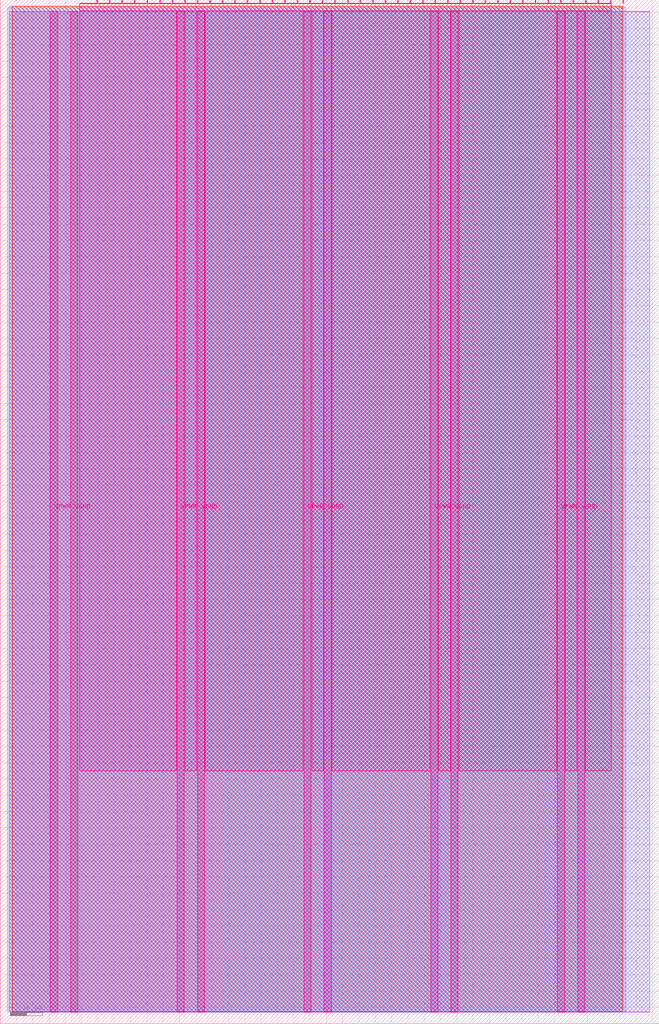
<source format=lef>
VERSION 5.7 ;
  NOWIREEXTENSIONATPIN ON ;
  DIVIDERCHAR "/" ;
  BUSBITCHARS "[]" ;
MACRO tt_um_a1k0n_nyancat
  CLASS BLOCK ;
  FOREIGN tt_um_a1k0n_nyancat ;
  ORIGIN 0.000 0.000 ;
  SIZE 202.080 BY 313.740 ;
  PIN VGND
    DIRECTION INOUT ;
    USE GROUND ;
    PORT
      LAYER Metal5 ;
        RECT 21.580 3.560 23.780 310.180 ;
    END
    PORT
      LAYER Metal5 ;
        RECT 60.450 3.560 62.650 310.180 ;
    END
    PORT
      LAYER Metal5 ;
        RECT 99.320 3.560 101.520 310.180 ;
    END
    PORT
      LAYER Metal5 ;
        RECT 138.190 3.560 140.390 310.180 ;
    END
    PORT
      LAYER Metal5 ;
        RECT 177.060 3.560 179.260 310.180 ;
    END
  END VGND
  PIN VPWR
    DIRECTION INOUT ;
    USE POWER ;
    PORT
      LAYER Metal5 ;
        RECT 15.380 3.560 17.580 310.180 ;
    END
    PORT
      LAYER Metal5 ;
        RECT 54.250 3.560 56.450 310.180 ;
    END
    PORT
      LAYER Metal5 ;
        RECT 93.120 3.560 95.320 310.180 ;
    END
    PORT
      LAYER Metal5 ;
        RECT 131.990 3.560 134.190 310.180 ;
    END
    PORT
      LAYER Metal5 ;
        RECT 170.860 3.560 173.060 310.180 ;
    END
  END VPWR
  PIN clk
    DIRECTION INPUT ;
    USE SIGNAL ;
    ANTENNAGATEAREA 2.646800 ;
    ANTENNADIFFAREA 8.061600 ;
    PORT
      LAYER Metal5 ;
        RECT 187.050 312.740 187.350 313.740 ;
    END
  END clk
  PIN ena
    DIRECTION INPUT ;
    USE SIGNAL ;
    PORT
      LAYER Metal5 ;
        RECT 190.890 312.740 191.190 313.740 ;
    END
  END ena
  PIN rst_n
    DIRECTION INPUT ;
    USE SIGNAL ;
    ANTENNAGATEAREA 0.842400 ;
    PORT
      LAYER Metal5 ;
        RECT 183.210 312.740 183.510 313.740 ;
    END
  END rst_n
  PIN ui_in[0]
    DIRECTION INPUT ;
    USE SIGNAL ;
    PORT
      LAYER Metal5 ;
        RECT 179.370 312.740 179.670 313.740 ;
    END
  END ui_in[0]
  PIN ui_in[1]
    DIRECTION INPUT ;
    USE SIGNAL ;
    PORT
      LAYER Metal5 ;
        RECT 175.530 312.740 175.830 313.740 ;
    END
  END ui_in[1]
  PIN ui_in[2]
    DIRECTION INPUT ;
    USE SIGNAL ;
    PORT
      LAYER Metal5 ;
        RECT 171.690 312.740 171.990 313.740 ;
    END
  END ui_in[2]
  PIN ui_in[3]
    DIRECTION INPUT ;
    USE SIGNAL ;
    PORT
      LAYER Metal5 ;
        RECT 167.850 312.740 168.150 313.740 ;
    END
  END ui_in[3]
  PIN ui_in[4]
    DIRECTION INPUT ;
    USE SIGNAL ;
    PORT
      LAYER Metal5 ;
        RECT 164.010 312.740 164.310 313.740 ;
    END
  END ui_in[4]
  PIN ui_in[5]
    DIRECTION INPUT ;
    USE SIGNAL ;
    PORT
      LAYER Metal5 ;
        RECT 160.170 312.740 160.470 313.740 ;
    END
  END ui_in[5]
  PIN ui_in[6]
    DIRECTION INPUT ;
    USE SIGNAL ;
    PORT
      LAYER Metal5 ;
        RECT 156.330 312.740 156.630 313.740 ;
    END
  END ui_in[6]
  PIN ui_in[7]
    DIRECTION INPUT ;
    USE SIGNAL ;
    PORT
      LAYER Metal5 ;
        RECT 152.490 312.740 152.790 313.740 ;
    END
  END ui_in[7]
  PIN uio_in[0]
    DIRECTION INPUT ;
    USE SIGNAL ;
    PORT
      LAYER Metal5 ;
        RECT 148.650 312.740 148.950 313.740 ;
    END
  END uio_in[0]
  PIN uio_in[1]
    DIRECTION INPUT ;
    USE SIGNAL ;
    PORT
      LAYER Metal5 ;
        RECT 144.810 312.740 145.110 313.740 ;
    END
  END uio_in[1]
  PIN uio_in[2]
    DIRECTION INPUT ;
    USE SIGNAL ;
    PORT
      LAYER Metal5 ;
        RECT 140.970 312.740 141.270 313.740 ;
    END
  END uio_in[2]
  PIN uio_in[3]
    DIRECTION INPUT ;
    USE SIGNAL ;
    PORT
      LAYER Metal5 ;
        RECT 137.130 312.740 137.430 313.740 ;
    END
  END uio_in[3]
  PIN uio_in[4]
    DIRECTION INPUT ;
    USE SIGNAL ;
    PORT
      LAYER Metal5 ;
        RECT 133.290 312.740 133.590 313.740 ;
    END
  END uio_in[4]
  PIN uio_in[5]
    DIRECTION INPUT ;
    USE SIGNAL ;
    PORT
      LAYER Metal5 ;
        RECT 129.450 312.740 129.750 313.740 ;
    END
  END uio_in[5]
  PIN uio_in[6]
    DIRECTION INPUT ;
    USE SIGNAL ;
    PORT
      LAYER Metal5 ;
        RECT 125.610 312.740 125.910 313.740 ;
    END
  END uio_in[6]
  PIN uio_in[7]
    DIRECTION INPUT ;
    USE SIGNAL ;
    PORT
      LAYER Metal5 ;
        RECT 121.770 312.740 122.070 313.740 ;
    END
  END uio_in[7]
  PIN uio_oe[0]
    DIRECTION OUTPUT ;
    USE SIGNAL ;
    ANTENNADIFFAREA 0.299200 ;
    PORT
      LAYER Metal5 ;
        RECT 56.490 312.740 56.790 313.740 ;
    END
  END uio_oe[0]
  PIN uio_oe[1]
    DIRECTION OUTPUT ;
    USE SIGNAL ;
    ANTENNADIFFAREA 0.299200 ;
    PORT
      LAYER Metal5 ;
        RECT 52.650 312.740 52.950 313.740 ;
    END
  END uio_oe[1]
  PIN uio_oe[2]
    DIRECTION OUTPUT ;
    USE SIGNAL ;
    ANTENNADIFFAREA 0.299200 ;
    PORT
      LAYER Metal5 ;
        RECT 48.810 312.740 49.110 313.740 ;
    END
  END uio_oe[2]
  PIN uio_oe[3]
    DIRECTION OUTPUT ;
    USE SIGNAL ;
    ANTENNADIFFAREA 0.299200 ;
    PORT
      LAYER Metal5 ;
        RECT 44.970 312.740 45.270 313.740 ;
    END
  END uio_oe[3]
  PIN uio_oe[4]
    DIRECTION OUTPUT ;
    USE SIGNAL ;
    ANTENNADIFFAREA 0.299200 ;
    PORT
      LAYER Metal5 ;
        RECT 41.130 312.740 41.430 313.740 ;
    END
  END uio_oe[4]
  PIN uio_oe[5]
    DIRECTION OUTPUT ;
    USE SIGNAL ;
    ANTENNADIFFAREA 0.299200 ;
    PORT
      LAYER Metal5 ;
        RECT 37.290 312.740 37.590 313.740 ;
    END
  END uio_oe[5]
  PIN uio_oe[6]
    DIRECTION OUTPUT ;
    USE SIGNAL ;
    ANTENNADIFFAREA 0.299200 ;
    PORT
      LAYER Metal5 ;
        RECT 33.450 312.740 33.750 313.740 ;
    END
  END uio_oe[6]
  PIN uio_oe[7]
    DIRECTION OUTPUT ;
    USE SIGNAL ;
    ANTENNADIFFAREA 0.392700 ;
    PORT
      LAYER Metal5 ;
        RECT 29.610 312.740 29.910 313.740 ;
    END
  END uio_oe[7]
  PIN uio_out[0]
    DIRECTION OUTPUT ;
    USE SIGNAL ;
    ANTENNADIFFAREA 0.299200 ;
    PORT
      LAYER Metal5 ;
        RECT 87.210 312.740 87.510 313.740 ;
    END
  END uio_out[0]
  PIN uio_out[1]
    DIRECTION OUTPUT ;
    USE SIGNAL ;
    ANTENNADIFFAREA 0.299200 ;
    PORT
      LAYER Metal5 ;
        RECT 83.370 312.740 83.670 313.740 ;
    END
  END uio_out[1]
  PIN uio_out[2]
    DIRECTION OUTPUT ;
    USE SIGNAL ;
    ANTENNADIFFAREA 0.299200 ;
    PORT
      LAYER Metal5 ;
        RECT 79.530 312.740 79.830 313.740 ;
    END
  END uio_out[2]
  PIN uio_out[3]
    DIRECTION OUTPUT ;
    USE SIGNAL ;
    ANTENNADIFFAREA 0.299200 ;
    PORT
      LAYER Metal5 ;
        RECT 75.690 312.740 75.990 313.740 ;
    END
  END uio_out[3]
  PIN uio_out[4]
    DIRECTION OUTPUT ;
    USE SIGNAL ;
    ANTENNADIFFAREA 0.299200 ;
    PORT
      LAYER Metal5 ;
        RECT 71.850 312.740 72.150 313.740 ;
    END
  END uio_out[4]
  PIN uio_out[5]
    DIRECTION OUTPUT ;
    USE SIGNAL ;
    ANTENNADIFFAREA 0.299200 ;
    PORT
      LAYER Metal5 ;
        RECT 68.010 312.740 68.310 313.740 ;
    END
  END uio_out[5]
  PIN uio_out[6]
    DIRECTION OUTPUT ;
    USE SIGNAL ;
    ANTENNADIFFAREA 0.299200 ;
    PORT
      LAYER Metal5 ;
        RECT 64.170 312.740 64.470 313.740 ;
    END
  END uio_out[6]
  PIN uio_out[7]
    DIRECTION OUTPUT ;
    USE SIGNAL ;
    ANTENNADIFFAREA 0.654800 ;
    PORT
      LAYER Metal5 ;
        RECT 60.330 312.740 60.630 313.740 ;
    END
  END uio_out[7]
  PIN uo_out[0]
    DIRECTION OUTPUT ;
    USE SIGNAL ;
    ANTENNADIFFAREA 0.632400 ;
    PORT
      LAYER Metal5 ;
        RECT 117.930 312.740 118.230 313.740 ;
    END
  END uo_out[0]
  PIN uo_out[1]
    DIRECTION OUTPUT ;
    USE SIGNAL ;
    ANTENNADIFFAREA 0.632400 ;
    PORT
      LAYER Metal5 ;
        RECT 114.090 312.740 114.390 313.740 ;
    END
  END uo_out[1]
  PIN uo_out[2]
    DIRECTION OUTPUT ;
    USE SIGNAL ;
    ANTENNADIFFAREA 0.632400 ;
    PORT
      LAYER Metal5 ;
        RECT 110.250 312.740 110.550 313.740 ;
    END
  END uo_out[2]
  PIN uo_out[3]
    DIRECTION OUTPUT ;
    USE SIGNAL ;
    ANTENNADIFFAREA 0.654800 ;
    PORT
      LAYER Metal5 ;
        RECT 106.410 312.740 106.710 313.740 ;
    END
  END uo_out[3]
  PIN uo_out[4]
    DIRECTION OUTPUT ;
    USE SIGNAL ;
    ANTENNADIFFAREA 0.632400 ;
    PORT
      LAYER Metal5 ;
        RECT 102.570 312.740 102.870 313.740 ;
    END
  END uo_out[4]
  PIN uo_out[5]
    DIRECTION OUTPUT ;
    USE SIGNAL ;
    ANTENNADIFFAREA 0.632400 ;
    PORT
      LAYER Metal5 ;
        RECT 98.730 312.740 99.030 313.740 ;
    END
  END uo_out[5]
  PIN uo_out[6]
    DIRECTION OUTPUT ;
    USE SIGNAL ;
    ANTENNADIFFAREA 0.632400 ;
    PORT
      LAYER Metal5 ;
        RECT 94.890 312.740 95.190 313.740 ;
    END
  END uo_out[6]
  PIN uo_out[7]
    DIRECTION OUTPUT ;
    USE SIGNAL ;
    ANTENNADIFFAREA 0.654800 ;
    PORT
      LAYER Metal5 ;
        RECT 91.050 312.740 91.350 313.740 ;
    END
  END uo_out[7]
  OBS
      LAYER GatPoly ;
        RECT 2.880 3.630 199.200 310.110 ;
      LAYER Metal1 ;
        RECT 2.880 3.560 199.200 310.180 ;
      LAYER Metal2 ;
        RECT 2.365 3.680 191.795 311.320 ;
      LAYER Metal3 ;
        RECT 2.780 3.635 191.140 311.785 ;
      LAYER Metal4 ;
        RECT 3.695 3.680 190.705 311.740 ;
      LAYER Metal5 ;
        RECT 24.380 312.530 29.400 312.740 ;
        RECT 30.120 312.530 33.240 312.740 ;
        RECT 33.960 312.530 37.080 312.740 ;
        RECT 37.800 312.530 40.920 312.740 ;
        RECT 41.640 312.530 44.760 312.740 ;
        RECT 45.480 312.530 48.600 312.740 ;
        RECT 49.320 312.530 52.440 312.740 ;
        RECT 53.160 312.530 56.280 312.740 ;
        RECT 57.000 312.530 60.120 312.740 ;
        RECT 60.840 312.530 63.960 312.740 ;
        RECT 64.680 312.530 67.800 312.740 ;
        RECT 68.520 312.530 71.640 312.740 ;
        RECT 72.360 312.530 75.480 312.740 ;
        RECT 76.200 312.530 79.320 312.740 ;
        RECT 80.040 312.530 83.160 312.740 ;
        RECT 83.880 312.530 87.000 312.740 ;
        RECT 87.720 312.530 90.840 312.740 ;
        RECT 91.560 312.530 94.680 312.740 ;
        RECT 95.400 312.530 98.520 312.740 ;
        RECT 99.240 312.530 102.360 312.740 ;
        RECT 103.080 312.530 106.200 312.740 ;
        RECT 106.920 312.530 110.040 312.740 ;
        RECT 110.760 312.530 113.880 312.740 ;
        RECT 114.600 312.530 117.720 312.740 ;
        RECT 118.440 312.530 121.560 312.740 ;
        RECT 122.280 312.530 125.400 312.740 ;
        RECT 126.120 312.530 129.240 312.740 ;
        RECT 129.960 312.530 133.080 312.740 ;
        RECT 133.800 312.530 136.920 312.740 ;
        RECT 137.640 312.530 140.760 312.740 ;
        RECT 141.480 312.530 144.600 312.740 ;
        RECT 145.320 312.530 148.440 312.740 ;
        RECT 149.160 312.530 152.280 312.740 ;
        RECT 153.000 312.530 156.120 312.740 ;
        RECT 156.840 312.530 159.960 312.740 ;
        RECT 160.680 312.530 163.800 312.740 ;
        RECT 164.520 312.530 167.640 312.740 ;
        RECT 168.360 312.530 171.480 312.740 ;
        RECT 172.200 312.530 175.320 312.740 ;
        RECT 176.040 312.530 179.160 312.740 ;
        RECT 179.880 312.530 183.000 312.740 ;
        RECT 183.720 312.530 186.840 312.740 ;
        RECT 24.380 310.390 187.300 312.530 ;
        RECT 24.380 77.555 54.040 310.390 ;
        RECT 56.660 77.555 60.240 310.390 ;
        RECT 62.860 77.555 92.910 310.390 ;
        RECT 95.530 77.555 99.110 310.390 ;
        RECT 101.730 77.555 131.780 310.390 ;
        RECT 134.400 77.555 137.980 310.390 ;
        RECT 140.600 77.555 170.650 310.390 ;
        RECT 173.270 77.555 176.850 310.390 ;
        RECT 179.470 77.555 187.300 310.390 ;
  END
END tt_um_a1k0n_nyancat
END LIBRARY


</source>
